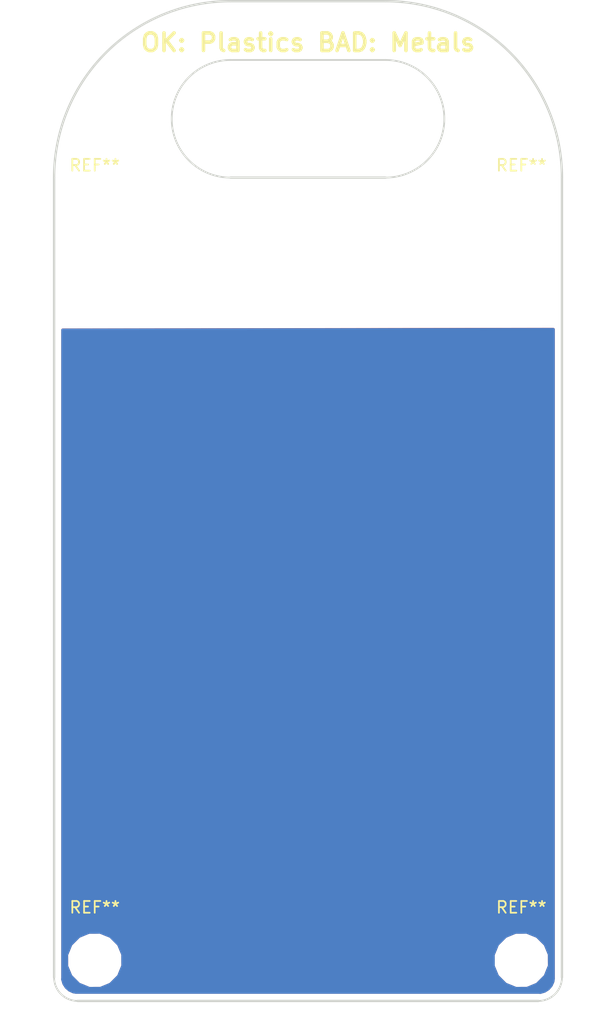
<source format=kicad_pcb>
(kicad_pcb (version 20171130) (host pcbnew 5.0.2-bee76a0~70~ubuntu18.04.1)

  (general
    (thickness 1.6)
    (drawings 13)
    (tracks 0)
    (zones 0)
    (modules 4)
    (nets 1)
  )

  (page A4)
  (layers
    (0 F.Cu signal)
    (31 B.Cu signal)
    (32 B.Adhes user)
    (33 F.Adhes user)
    (34 B.Paste user)
    (35 F.Paste user)
    (36 B.SilkS user)
    (37 F.SilkS user)
    (38 B.Mask user)
    (39 F.Mask user)
    (40 Dwgs.User user)
    (41 Cmts.User user)
    (42 Eco1.User user)
    (43 Eco2.User user)
    (44 Edge.Cuts user)
    (45 Margin user)
    (46 B.CrtYd user)
    (47 F.CrtYd user)
    (48 B.Fab user)
    (49 F.Fab user)
  )

  (setup
    (last_trace_width 0.25)
    (trace_clearance 0.2)
    (zone_clearance 0.508)
    (zone_45_only no)
    (trace_min 0.2)
    (segment_width 0.2)
    (edge_width 0.15)
    (via_size 0.8)
    (via_drill 0.4)
    (via_min_size 0.4)
    (via_min_drill 0.3)
    (uvia_size 0.3)
    (uvia_drill 0.1)
    (uvias_allowed no)
    (uvia_min_size 0.2)
    (uvia_min_drill 0.1)
    (pcb_text_width 0.3)
    (pcb_text_size 1.5 1.5)
    (mod_edge_width 0.15)
    (mod_text_size 1 1)
    (mod_text_width 0.15)
    (pad_size 1.524 1.524)
    (pad_drill 0.762)
    (pad_to_mask_clearance 0.051)
    (solder_mask_min_width 0.25)
    (aux_axis_origin 0 0)
    (visible_elements FFFFFF7F)
    (pcbplotparams
      (layerselection 0x010fc_ffffffff)
      (usegerberextensions false)
      (usegerberattributes false)
      (usegerberadvancedattributes false)
      (creategerberjobfile false)
      (excludeedgelayer true)
      (linewidth 0.100000)
      (plotframeref false)
      (viasonmask false)
      (mode 1)
      (useauxorigin false)
      (hpglpennumber 1)
      (hpglpenspeed 20)
      (hpglpendiameter 15.000000)
      (psnegative false)
      (psa4output false)
      (plotreference true)
      (plotvalue true)
      (plotinvisibletext false)
      (padsonsilk false)
      (subtractmaskfromsilk false)
      (outputformat 1)
      (mirror false)
      (drillshape 0)
      (scaleselection 1)
      (outputdirectory "gerbers"))
  )

  (net 0 "")

  (net_class Default "This is the default net class."
    (clearance 0.2)
    (trace_width 0.25)
    (via_dia 0.8)
    (via_drill 0.4)
    (uvia_dia 0.3)
    (uvia_drill 0.1)
  )

  (module MountingHole:MountingHole_3.5mm (layer F.Cu) (tedit 56D1B4CB) (tstamp 5C3AFA7C)
    (at 129.49896 52.8594)
    (descr "Mounting Hole 3.5mm, no annular")
    (tags "mounting hole 3.5mm no annular")
    (attr virtual)
    (fp_text reference REF** (at 0 -4.5) (layer F.SilkS)
      (effects (font (size 1 1) (thickness 0.15)))
    )
    (fp_text value MountingHole_3.5mm (at 0 4.5) (layer F.Fab)
      (effects (font (size 1 1) (thickness 0.15)))
    )
    (fp_circle (center 0 0) (end 3.75 0) (layer F.CrtYd) (width 0.05))
    (fp_circle (center 0 0) (end 3.5 0) (layer Cmts.User) (width 0.15))
    (fp_text user %R (at 0.3 0) (layer F.Fab)
      (effects (font (size 1 1) (thickness 0.15)))
    )
    (pad 1 np_thru_hole circle (at 0 0) (size 3.5 3.5) (drill 3.5) (layers *.Cu *.Mask))
  )

  (module MountingHole:MountingHole_3.5mm (layer F.Cu) (tedit 56D1B4CB) (tstamp 5C3AFA6D)
    (at 165.77096 52.8594)
    (descr "Mounting Hole 3.5mm, no annular")
    (tags "mounting hole 3.5mm no annular")
    (attr virtual)
    (fp_text reference REF** (at 0 -4.5) (layer F.SilkS)
      (effects (font (size 1 1) (thickness 0.15)))
    )
    (fp_text value MountingHole_3.5mm (at 0 4.5) (layer F.Fab)
      (effects (font (size 1 1) (thickness 0.15)))
    )
    (fp_circle (center 0 0) (end 3.75 0) (layer F.CrtYd) (width 0.05))
    (fp_circle (center 0 0) (end 3.5 0) (layer Cmts.User) (width 0.15))
    (fp_text user %R (at 0.3 0) (layer F.Fab)
      (effects (font (size 1 1) (thickness 0.15)))
    )
    (pad 1 np_thru_hole circle (at 0 0) (size 3.5 3.5) (drill 3.5) (layers *.Cu *.Mask))
  )

  (module MountingHole:MountingHole_3.5mm (layer F.Cu) (tedit 56D1B4CB) (tstamp 5C3AFA5E)
    (at 165.77096 115.9514)
    (descr "Mounting Hole 3.5mm, no annular")
    (tags "mounting hole 3.5mm no annular")
    (attr virtual)
    (fp_text reference REF** (at 0 -4.5) (layer F.SilkS)
      (effects (font (size 1 1) (thickness 0.15)))
    )
    (fp_text value MountingHole_3.5mm (at 0 4.5) (layer F.Fab)
      (effects (font (size 1 1) (thickness 0.15)))
    )
    (fp_circle (center 0 0) (end 3.75 0) (layer F.CrtYd) (width 0.05))
    (fp_circle (center 0 0) (end 3.5 0) (layer Cmts.User) (width 0.15))
    (fp_text user %R (at 0.3 0) (layer F.Fab)
      (effects (font (size 1 1) (thickness 0.15)))
    )
    (pad 1 np_thru_hole circle (at 0 0) (size 3.5 3.5) (drill 3.5) (layers *.Cu *.Mask))
  )

  (module MountingHole:MountingHole_3.5mm (layer F.Cu) (tedit 56D1B4CB) (tstamp 5C3AFA4F)
    (at 129.49896 115.9514)
    (descr "Mounting Hole 3.5mm, no annular")
    (tags "mounting hole 3.5mm no annular")
    (attr virtual)
    (fp_text reference REF** (at 0 -4.5) (layer F.SilkS)
      (effects (font (size 1 1) (thickness 0.15)))
    )
    (fp_text value MountingHole_3.5mm (at 0 4.5) (layer F.Fab)
      (effects (font (size 1 1) (thickness 0.15)))
    )
    (fp_circle (center 0 0) (end 3.75 0) (layer F.CrtYd) (width 0.05))
    (fp_circle (center 0 0) (end 3.5 0) (layer Cmts.User) (width 0.15))
    (fp_text user %R (at 0.3 0) (layer F.Fab)
      (effects (font (size 1 1) (thickness 0.15)))
    )
    (pad 1 np_thru_hole circle (at 0 0) (size 3.5 3.5) (drill 3.5) (layers *.Cu *.Mask))
  )

  (gr_text "OK: Plastics BAD: Metals" (at 147.64004 37.9222) (layer F.SilkS)
    (effects (font (size 1.5 1.5) (thickness 0.3)))
  )
  (gr_arc (start 141.04496 49.4054) (end 141.04496 34.4054) (angle -90) (layer Edge.Cuts) (width 0.2))
  (gr_arc (start 154.22496 49.4054) (end 169.22496 49.4054) (angle -90) (layer Edge.Cuts) (width 0.2))
  (gr_arc (start 167.22496 117.4054) (end 167.22496 119.4054) (angle -90) (layer Edge.Cuts) (width 0.15))
  (gr_arc (start 128.04496 117.4054) (end 126.04496 117.4054) (angle -90) (layer Edge.Cuts) (width 0.15))
  (gr_arc (start 154.22496 44.4054) (end 154.22496 49.4054) (angle -180) (layer Edge.Cuts) (width 0.15))
  (gr_arc (start 141.04496 44.4054) (end 141.04496 39.4054) (angle -180) (layer Edge.Cuts) (width 0.15))
  (gr_line (start 141.04496 39.4054) (end 154.22496 39.4054) (layer Edge.Cuts) (width 0.15))
  (gr_line (start 141.04496 49.4054) (end 154.22496 49.4054) (layer Edge.Cuts) (width 0.2))
  (gr_line (start 154.22496 34.4054) (end 141.04496 34.4054) (layer Edge.Cuts) (width 0.2))
  (gr_line (start 169.22496 117.4054) (end 169.22496 49.4054) (layer Edge.Cuts) (width 0.2))
  (gr_line (start 128.04496 119.4054) (end 167.22496 119.4054) (layer Edge.Cuts) (width 0.2))
  (gr_line (start 126.04496 49.4054) (end 126.04496 117.4054) (layer Edge.Cuts) (width 0.2))

  (zone (net 0) (net_name "") (layer F.Cu) (tstamp 0) (hatch edge 0.508)
    (connect_pads (clearance 0.508))
    (min_thickness 0.254)
    (fill yes (arc_segments 16) (thermal_gap 0.508) (thermal_bridge_width 0.508))
    (polygon
      (pts
        (xy 126.07036 62.23) (xy 169.30624 62.17412) (xy 169.27068 118.03888) (xy 167.77208 119.53748) (xy 127.65024 119.4562)
        (xy 126.02464 117.87124)
      )
    )
    (filled_polygon
      (pts
        (xy 168.48996 117.477787) (xy 168.494256 117.499387) (xy 168.456157 117.765427) (xy 168.305621 118.096512) (xy 168.068211 118.372039)
        (xy 167.763016 118.569856) (xy 167.391043 118.6811) (xy 167.361993 118.683259) (xy 167.297348 118.6704) (xy 127.972572 118.6704)
        (xy 127.950973 118.674696) (xy 127.684933 118.636597) (xy 127.353848 118.486061) (xy 127.078321 118.248651) (xy 126.880504 117.943456)
        (xy 126.76926 117.571483) (xy 126.767101 117.542433) (xy 126.77996 117.477788) (xy 126.77996 115.507991) (xy 127.108004 115.507991)
        (xy 127.11396 115.966834) (xy 127.11396 116.425806) (xy 127.12011 116.440654) (xy 127.120319 116.456723) (xy 127.459689 117.276036)
        (xy 127.468048 117.28065) (xy 127.477055 117.302394) (xy 128.147966 117.973305) (xy 128.16971 117.982312) (xy 128.174324 117.990671)
        (xy 128.600553 118.160773) (xy 129.024554 118.3364) (xy 129.040627 118.3364) (xy 129.055551 118.342356) (xy 129.514394 118.3364)
        (xy 129.973366 118.3364) (xy 129.988214 118.33025) (xy 130.004283 118.330041) (xy 130.823596 117.990671) (xy 130.82821 117.982312)
        (xy 130.849954 117.973305) (xy 131.520865 117.302394) (xy 131.529872 117.28065) (xy 131.538231 117.276036) (xy 131.708333 116.849807)
        (xy 131.88396 116.425806) (xy 131.88396 116.409733) (xy 131.889916 116.394809) (xy 131.88396 115.935966) (xy 131.88396 115.507991)
        (xy 163.380004 115.507991) (xy 163.38596 115.966834) (xy 163.38596 116.425806) (xy 163.39211 116.440654) (xy 163.392319 116.456723)
        (xy 163.731689 117.276036) (xy 163.740048 117.28065) (xy 163.749055 117.302394) (xy 164.419966 117.973305) (xy 164.44171 117.982312)
        (xy 164.446324 117.990671) (xy 164.872553 118.160773) (xy 165.296554 118.3364) (xy 165.312627 118.3364) (xy 165.327551 118.342356)
        (xy 165.786394 118.3364) (xy 166.245366 118.3364) (xy 166.260214 118.33025) (xy 166.276283 118.330041) (xy 167.095596 117.990671)
        (xy 167.10021 117.982312) (xy 167.121954 117.973305) (xy 167.792865 117.302394) (xy 167.801872 117.28065) (xy 167.810231 117.276036)
        (xy 167.980333 116.849807) (xy 168.15596 116.425806) (xy 168.15596 116.409733) (xy 168.161916 116.394809) (xy 168.15596 115.935966)
        (xy 168.15596 115.476994) (xy 168.14981 115.462146) (xy 168.149601 115.446077) (xy 167.810231 114.626764) (xy 167.801872 114.62215)
        (xy 167.792865 114.600406) (xy 167.121954 113.929495) (xy 167.10021 113.920488) (xy 167.095596 113.912129) (xy 166.669367 113.742027)
        (xy 166.245366 113.5664) (xy 166.229293 113.5664) (xy 166.214369 113.560444) (xy 165.755526 113.5664) (xy 165.296554 113.5664)
        (xy 165.281706 113.57255) (xy 165.265637 113.572759) (xy 164.446324 113.912129) (xy 164.44171 113.920488) (xy 164.419966 113.929495)
        (xy 163.749055 114.600406) (xy 163.740048 114.62215) (xy 163.731689 114.626764) (xy 163.561587 115.052993) (xy 163.38596 115.476994)
        (xy 163.38596 115.493067) (xy 163.380004 115.507991) (xy 131.88396 115.507991) (xy 131.88396 115.476994) (xy 131.87781 115.462146)
        (xy 131.877601 115.446077) (xy 131.538231 114.626764) (xy 131.529872 114.62215) (xy 131.520865 114.600406) (xy 130.849954 113.929495)
        (xy 130.82821 113.920488) (xy 130.823596 113.912129) (xy 130.397367 113.742027) (xy 129.973366 113.5664) (xy 129.957293 113.5664)
        (xy 129.942369 113.560444) (xy 129.483526 113.5664) (xy 129.024554 113.5664) (xy 129.009706 113.57255) (xy 128.993637 113.572759)
        (xy 128.174324 113.912129) (xy 128.16971 113.920488) (xy 128.147966 113.929495) (xy 127.477055 114.600406) (xy 127.468048 114.62215)
        (xy 127.459689 114.626764) (xy 127.289587 115.052993) (xy 127.11396 115.476994) (xy 127.11396 115.493067) (xy 127.108004 115.507991)
        (xy 126.77996 115.507991) (xy 126.77996 62.356083) (xy 168.489961 62.302175)
      )
    )
  )
  (zone (net 0) (net_name "") (layer B.Cu) (tstamp 5C3AFDE4) (hatch edge 0.508)
    (connect_pads (clearance 0.508))
    (min_thickness 0.254)
    (fill yes (arc_segments 16) (thermal_gap 0.508) (thermal_bridge_width 0.508))
    (polygon
      (pts
        (xy 126.015145 62.241091) (xy 169.251025 62.185211) (xy 169.215465 118.049971) (xy 167.716865 119.548571) (xy 127.595025 119.467291)
        (xy 125.969425 117.882331)
      )
    )
    (filled_polygon
      (pts
        (xy 168.48996 117.477787) (xy 168.494256 117.499387) (xy 168.456157 117.765427) (xy 168.305621 118.096512) (xy 168.068211 118.372039)
        (xy 167.763016 118.569856) (xy 167.391043 118.6811) (xy 167.361993 118.683259) (xy 167.297348 118.6704) (xy 127.972572 118.6704)
        (xy 127.950973 118.674696) (xy 127.684933 118.636597) (xy 127.353848 118.486061) (xy 127.078321 118.248651) (xy 126.880504 117.943456)
        (xy 126.76926 117.571483) (xy 126.767101 117.542433) (xy 126.77996 117.477788) (xy 126.77996 115.507991) (xy 127.108004 115.507991)
        (xy 127.11396 115.966834) (xy 127.11396 116.425806) (xy 127.12011 116.440654) (xy 127.120319 116.456723) (xy 127.459689 117.276036)
        (xy 127.468048 117.28065) (xy 127.477055 117.302394) (xy 128.147966 117.973305) (xy 128.16971 117.982312) (xy 128.174324 117.990671)
        (xy 128.600553 118.160773) (xy 129.024554 118.3364) (xy 129.040627 118.3364) (xy 129.055551 118.342356) (xy 129.514394 118.3364)
        (xy 129.973366 118.3364) (xy 129.988214 118.33025) (xy 130.004283 118.330041) (xy 130.823596 117.990671) (xy 130.82821 117.982312)
        (xy 130.849954 117.973305) (xy 131.520865 117.302394) (xy 131.529872 117.28065) (xy 131.538231 117.276036) (xy 131.708333 116.849807)
        (xy 131.88396 116.425806) (xy 131.88396 116.409733) (xy 131.889916 116.394809) (xy 131.88396 115.935966) (xy 131.88396 115.507991)
        (xy 163.380004 115.507991) (xy 163.38596 115.966834) (xy 163.38596 116.425806) (xy 163.39211 116.440654) (xy 163.392319 116.456723)
        (xy 163.731689 117.276036) (xy 163.740048 117.28065) (xy 163.749055 117.302394) (xy 164.419966 117.973305) (xy 164.44171 117.982312)
        (xy 164.446324 117.990671) (xy 164.872553 118.160773) (xy 165.296554 118.3364) (xy 165.312627 118.3364) (xy 165.327551 118.342356)
        (xy 165.786394 118.3364) (xy 166.245366 118.3364) (xy 166.260214 118.33025) (xy 166.276283 118.330041) (xy 167.095596 117.990671)
        (xy 167.10021 117.982312) (xy 167.121954 117.973305) (xy 167.792865 117.302394) (xy 167.801872 117.28065) (xy 167.810231 117.276036)
        (xy 167.980333 116.849807) (xy 168.15596 116.425806) (xy 168.15596 116.409733) (xy 168.161916 116.394809) (xy 168.15596 115.935966)
        (xy 168.15596 115.476994) (xy 168.14981 115.462146) (xy 168.149601 115.446077) (xy 167.810231 114.626764) (xy 167.801872 114.62215)
        (xy 167.792865 114.600406) (xy 167.121954 113.929495) (xy 167.10021 113.920488) (xy 167.095596 113.912129) (xy 166.669367 113.742027)
        (xy 166.245366 113.5664) (xy 166.229293 113.5664) (xy 166.214369 113.560444) (xy 165.755526 113.5664) (xy 165.296554 113.5664)
        (xy 165.281706 113.57255) (xy 165.265637 113.572759) (xy 164.446324 113.912129) (xy 164.44171 113.920488) (xy 164.419966 113.929495)
        (xy 163.749055 114.600406) (xy 163.740048 114.62215) (xy 163.731689 114.626764) (xy 163.561587 115.052993) (xy 163.38596 115.476994)
        (xy 163.38596 115.493067) (xy 163.380004 115.507991) (xy 131.88396 115.507991) (xy 131.88396 115.476994) (xy 131.87781 115.462146)
        (xy 131.877601 115.446077) (xy 131.538231 114.626764) (xy 131.529872 114.62215) (xy 131.520865 114.600406) (xy 130.849954 113.929495)
        (xy 130.82821 113.920488) (xy 130.823596 113.912129) (xy 130.397367 113.742027) (xy 129.973366 113.5664) (xy 129.957293 113.5664)
        (xy 129.942369 113.560444) (xy 129.483526 113.5664) (xy 129.024554 113.5664) (xy 129.009706 113.57255) (xy 128.993637 113.572759)
        (xy 128.174324 113.912129) (xy 128.16971 113.920488) (xy 128.147966 113.929495) (xy 127.477055 114.600406) (xy 127.468048 114.62215)
        (xy 127.459689 114.626764) (xy 127.289587 115.052993) (xy 127.11396 115.476994) (xy 127.11396 115.493067) (xy 127.108004 115.507991)
        (xy 126.77996 115.507991) (xy 126.77996 62.367103) (xy 168.489961 62.313194)
      )
    )
  )
)

</source>
